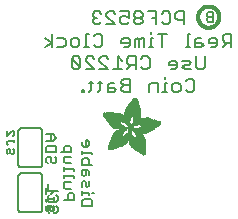
<source format=gbr>
G04 EAGLE Gerber RS-274X export*
G75*
%MOMM*%
%FSLAX34Y34*%
%LPD*%
%INSilkscreen Bottom*%
%IPPOS*%
%AMOC8*
5,1,8,0,0,1.08239X$1,22.5*%
G01*
%ADD10C,0.152400*%
%ADD11C,0.177800*%
%ADD12C,0.304800*%
%ADD13C,0.203200*%
%ADD14R,0.007600X0.068600*%
%ADD15R,0.007600X0.114300*%
%ADD16R,0.007700X0.152400*%
%ADD17R,0.007600X0.182900*%
%ADD18R,0.007600X0.205700*%
%ADD19R,0.007600X0.228600*%
%ADD20R,0.007600X0.259100*%
%ADD21R,0.007700X0.274300*%
%ADD22R,0.007600X0.289500*%
%ADD23R,0.007600X0.304800*%
%ADD24R,0.007600X0.320100*%
%ADD25R,0.007600X0.342900*%
%ADD26R,0.007700X0.350500*%
%ADD27R,0.007600X0.365800*%
%ADD28R,0.007600X0.381000*%
%ADD29R,0.007600X0.388600*%
%ADD30R,0.007600X0.403800*%
%ADD31R,0.007700X0.419100*%
%ADD32R,0.007600X0.426700*%
%ADD33R,0.007600X0.441900*%
%ADD34R,0.007600X0.449600*%
%ADD35R,0.007600X0.464800*%
%ADD36R,0.007700X0.480000*%
%ADD37R,0.007600X0.487600*%
%ADD38R,0.007600X0.495300*%
%ADD39R,0.007600X0.510500*%
%ADD40R,0.007600X0.518100*%
%ADD41R,0.007700X0.525700*%
%ADD42R,0.007600X0.541000*%
%ADD43R,0.007600X0.548600*%
%ADD44R,0.007600X0.563800*%
%ADD45R,0.007600X0.571500*%
%ADD46R,0.007700X0.579100*%
%ADD47R,0.007600X0.594300*%
%ADD48R,0.007600X0.601900*%
%ADD49R,0.007600X0.609600*%
%ADD50R,0.007600X0.624800*%
%ADD51R,0.007700X0.632400*%
%ADD52R,0.007600X0.640000*%
%ADD53R,0.007600X0.655300*%
%ADD54R,0.007600X0.662900*%
%ADD55R,0.007600X0.678100*%
%ADD56R,0.007700X0.685800*%
%ADD57R,0.007600X0.693400*%
%ADD58R,0.007600X0.708600*%
%ADD59R,0.007600X0.716200*%
%ADD60R,0.007600X0.723900*%
%ADD61R,0.007700X0.739100*%
%ADD62R,0.007600X0.746700*%
%ADD63R,0.007600X0.754300*%
%ADD64R,0.007600X0.769600*%
%ADD65R,0.007600X0.777200*%
%ADD66R,0.007700X0.792400*%
%ADD67R,0.007600X0.800100*%
%ADD68R,0.007600X0.807700*%
%ADD69R,0.007600X0.822900*%
%ADD70R,0.007600X0.830500*%
%ADD71R,0.007700X0.838200*%
%ADD72R,0.007600X0.091500*%
%ADD73R,0.007600X0.853400*%
%ADD74R,0.007600X0.144700*%
%ADD75R,0.007600X0.861000*%
%ADD76R,0.007600X0.190500*%
%ADD77R,0.007600X0.876300*%
%ADD78R,0.007600X0.221000*%
%ADD79R,0.007600X0.883900*%
%ADD80R,0.007700X0.259000*%
%ADD81R,0.007700X0.891500*%
%ADD82R,0.007600X0.289600*%
%ADD83R,0.007600X0.906700*%
%ADD84R,0.007600X0.914400*%
%ADD85R,0.007600X0.350500*%
%ADD86R,0.007600X0.922000*%
%ADD87R,0.007600X0.937200*%
%ADD88R,0.007700X0.411400*%
%ADD89R,0.007700X0.944800*%
%ADD90R,0.007600X0.434300*%
%ADD91R,0.007600X0.952500*%
%ADD92R,0.007600X0.464900*%
%ADD93R,0.007600X0.967700*%
%ADD94R,0.007600X0.975300*%
%ADD95R,0.007600X0.518200*%
%ADD96R,0.007600X0.990600*%
%ADD97R,0.007700X0.548600*%
%ADD98R,0.007700X0.998200*%
%ADD99R,0.007600X1.005800*%
%ADD100R,0.007600X0.594400*%
%ADD101R,0.007600X1.021000*%
%ADD102R,0.007600X0.617200*%
%ADD103R,0.007600X1.028700*%
%ADD104R,0.007600X0.647700*%
%ADD105R,0.007600X1.036300*%
%ADD106R,0.007700X0.670500*%
%ADD107R,0.007700X1.051500*%
%ADD108R,0.007600X1.059100*%
%ADD109R,0.007600X0.716300*%
%ADD110R,0.007600X1.066800*%
%ADD111R,0.007600X0.739100*%
%ADD112R,0.007600X1.074400*%
%ADD113R,0.007600X0.762000*%
%ADD114R,0.007600X1.089600*%
%ADD115R,0.007700X0.784800*%
%ADD116R,0.007700X1.097200*%
%ADD117R,0.007600X1.104900*%
%ADD118R,0.007600X0.830600*%
%ADD119R,0.007600X1.112500*%
%ADD120R,0.007600X0.845800*%
%ADD121R,0.007600X1.120100*%
%ADD122R,0.007600X0.868700*%
%ADD123R,0.007600X1.127700*%
%ADD124R,0.007700X1.135300*%
%ADD125R,0.007600X1.143000*%
%ADD126R,0.007600X0.944900*%
%ADD127R,0.007600X1.150600*%
%ADD128R,0.007600X0.960100*%
%ADD129R,0.007600X1.158200*%
%ADD130R,0.007600X0.983000*%
%ADD131R,0.007600X1.165800*%
%ADD132R,0.007700X1.005900*%
%ADD133R,0.007700X1.173400*%
%ADD134R,0.007600X1.021100*%
%ADD135R,0.007600X1.181100*%
%ADD136R,0.007600X1.044000*%
%ADD137R,0.007600X1.188700*%
%ADD138R,0.007600X1.196300*%
%ADD139R,0.007600X1.082000*%
%ADD140R,0.007600X1.203900*%
%ADD141R,0.007700X1.104900*%
%ADD142R,0.007700X1.211500*%
%ADD143R,0.007600X1.211500*%
%ADD144R,0.007600X1.219200*%
%ADD145R,0.007600X1.226800*%
%ADD146R,0.007600X1.234400*%
%ADD147R,0.007700X1.188700*%
%ADD148R,0.007700X1.242000*%
%ADD149R,0.007600X1.242000*%
%ADD150R,0.007600X1.211600*%
%ADD151R,0.007600X1.249600*%
%ADD152R,0.007600X1.257300*%
%ADD153R,0.007600X1.264900*%
%ADD154R,0.007700X1.242100*%
%ADD155R,0.007700X1.264900*%
%ADD156R,0.007600X1.272500*%
%ADD157R,0.007600X1.265000*%
%ADD158R,0.007600X1.280100*%
%ADD159R,0.007600X1.272600*%
%ADD160R,0.007600X1.287700*%
%ADD161R,0.007600X1.287800*%
%ADD162R,0.007700X1.295400*%
%ADD163R,0.007600X1.303000*%
%ADD164R,0.007600X1.318200*%
%ADD165R,0.007600X1.310600*%
%ADD166R,0.007600X1.325900*%
%ADD167R,0.007700X1.341100*%
%ADD168R,0.007700X1.318200*%
%ADD169R,0.007600X1.341100*%
%ADD170R,0.007600X1.325800*%
%ADD171R,0.007600X1.348700*%
%ADD172R,0.007600X1.364000*%
%ADD173R,0.007600X1.333500*%
%ADD174R,0.007700X1.371600*%
%ADD175R,0.007600X1.379200*%
%ADD176R,0.007600X1.379300*%
%ADD177R,0.007600X1.386900*%
%ADD178R,0.007600X1.394500*%
%ADD179R,0.007600X1.356300*%
%ADD180R,0.007700X1.394400*%
%ADD181R,0.007700X1.356300*%
%ADD182R,0.007600X1.402000*%
%ADD183R,0.007600X1.409700*%
%ADD184R,0.007600X1.363900*%
%ADD185R,0.007600X1.417300*%
%ADD186R,0.007600X1.371600*%
%ADD187R,0.007700X1.424900*%
%ADD188R,0.007600X1.424900*%
%ADD189R,0.007600X1.432600*%
%ADD190R,0.007600X1.440200*%
%ADD191R,0.007600X1.386800*%
%ADD192R,0.007700X1.447800*%
%ADD193R,0.007700X1.386800*%
%ADD194R,0.007600X1.447800*%
%ADD195R,0.007600X1.455500*%
%ADD196R,0.007600X1.394400*%
%ADD197R,0.007600X1.463100*%
%ADD198R,0.007700X1.455400*%
%ADD199R,0.007600X1.463000*%
%ADD200R,0.007600X1.470600*%
%ADD201R,0.007700X1.470600*%
%ADD202R,0.007700X1.409700*%
%ADD203R,0.007600X1.470700*%
%ADD204R,0.007600X1.402100*%
%ADD205R,0.007600X1.478300*%
%ADD206R,0.007700X1.478300*%
%ADD207R,0.007700X1.402100*%
%ADD208R,0.007600X1.485900*%
%ADD209R,0.007700X1.485900*%
%ADD210R,0.007700X1.493500*%
%ADD211R,0.007600X1.493500*%
%ADD212R,0.007700X1.394500*%
%ADD213R,0.007700X1.493600*%
%ADD214R,0.007700X1.386900*%
%ADD215R,0.007700X1.379200*%
%ADD216R,0.007700X2.857500*%
%ADD217R,0.007600X2.857500*%
%ADD218R,0.007600X2.849900*%
%ADD219R,0.007600X2.842300*%
%ADD220R,0.007700X2.834700*%
%ADD221R,0.007600X2.827000*%
%ADD222R,0.007600X2.819400*%
%ADD223R,0.007600X2.811800*%
%ADD224R,0.007700X2.811800*%
%ADD225R,0.007600X2.804100*%
%ADD226R,0.007600X2.796500*%
%ADD227R,0.007600X1.966000*%
%ADD228R,0.007600X1.943100*%
%ADD229R,0.007600X0.754400*%
%ADD230R,0.007700X1.927900*%
%ADD231R,0.007700X0.746700*%
%ADD232R,0.007600X1.912600*%
%ADD233R,0.007600X0.731500*%
%ADD234R,0.007600X1.905000*%
%ADD235R,0.007600X1.882200*%
%ADD236R,0.007600X1.874600*%
%ADD237R,0.007700X1.866900*%
%ADD238R,0.007700X0.708700*%
%ADD239R,0.007600X1.851600*%
%ADD240R,0.007600X0.701100*%
%ADD241R,0.007600X1.844000*%
%ADD242R,0.007600X1.836400*%
%ADD243R,0.007600X1.821200*%
%ADD244R,0.007600X0.685800*%
%ADD245R,0.007700X1.813500*%
%ADD246R,0.007600X1.805900*%
%ADD247R,0.007600X0.678200*%
%ADD248R,0.007600X1.790700*%
%ADD249R,0.007600X0.670600*%
%ADD250R,0.007600X1.775500*%
%ADD251R,0.007700X1.767900*%
%ADD252R,0.007700X0.663000*%
%ADD253R,0.007600X1.760200*%
%ADD254R,0.007600X1.752600*%
%ADD255R,0.007600X0.937300*%
%ADD256R,0.007600X0.792500*%
%ADD257R,0.007600X0.899100*%
%ADD258R,0.007700X0.883900*%
%ADD259R,0.007700X0.716300*%
%ADD260R,0.007700X0.647700*%
%ADD261R,0.007600X0.640100*%
%ADD262R,0.007600X0.632500*%
%ADD263R,0.007600X0.655400*%
%ADD264R,0.007600X0.632400*%
%ADD265R,0.007700X0.845800*%
%ADD266R,0.007700X0.617200*%
%ADD267R,0.007700X0.624800*%
%ADD268R,0.007600X0.602000*%
%ADD269R,0.007600X0.838200*%
%ADD270R,0.007600X0.586700*%
%ADD271R,0.007600X0.548700*%
%ADD272R,0.007700X0.830500*%
%ADD273R,0.007700X0.541000*%
%ADD274R,0.007700X0.594300*%
%ADD275R,0.007600X0.525800*%
%ADD276R,0.007600X0.586800*%
%ADD277R,0.007600X0.815300*%
%ADD278R,0.007600X0.579200*%
%ADD279R,0.007600X0.815400*%
%ADD280R,0.007700X0.815400*%
%ADD281R,0.007700X0.571500*%
%ADD282R,0.007600X0.807800*%
%ADD283R,0.007600X0.563900*%
%ADD284R,0.007600X0.457200*%
%ADD285R,0.007600X0.442000*%
%ADD286R,0.007600X0.556300*%
%ADD287R,0.007700X0.807700*%
%ADD288R,0.007600X0.411500*%
%ADD289R,0.007600X0.533400*%
%ADD290R,0.007600X0.076200*%
%ADD291R,0.007600X0.403900*%
%ADD292R,0.007600X0.525700*%
%ADD293R,0.007600X0.388700*%
%ADD294R,0.007600X0.297200*%
%ADD295R,0.007700X0.373400*%
%ADD296R,0.007700X0.503000*%
%ADD297R,0.007700X0.426800*%
%ADD298R,0.007600X0.358100*%
%ADD299R,0.007600X0.502900*%
%ADD300R,0.007600X0.472400*%
%ADD301R,0.007600X0.487700*%
%ADD302R,0.007600X0.335300*%
%ADD303R,0.007700X0.792500*%
%ADD304R,0.007700X0.327600*%
%ADD305R,0.007700X0.472400*%
%ADD306R,0.007700X0.640000*%
%ADD307R,0.007600X0.784800*%
%ADD308R,0.007600X0.320000*%
%ADD309R,0.007600X0.792400*%
%ADD310R,0.007600X1.173400*%
%ADD311R,0.007600X1.196400*%
%ADD312R,0.007600X0.784900*%
%ADD313R,0.007700X0.784900*%
%ADD314R,0.007700X0.297200*%
%ADD315R,0.007600X1.249700*%
%ADD316R,0.007600X0.281900*%
%ADD317R,0.007600X1.295400*%
%ADD318R,0.007600X0.266700*%
%ADD319R,0.007700X0.777300*%
%ADD320R,0.007700X0.266700*%
%ADD321R,0.007700X1.333500*%
%ADD322R,0.007600X0.777300*%
%ADD323R,0.007600X1.348800*%
%ADD324R,0.007600X0.251500*%
%ADD325R,0.007700X0.243900*%
%ADD326R,0.007600X0.243900*%
%ADD327R,0.007600X1.440100*%
%ADD328R,0.007600X0.236200*%
%ADD329R,0.007700X0.762000*%
%ADD330R,0.007700X0.236200*%
%ADD331R,0.007700X1.508700*%
%ADD332R,0.007600X1.531600*%
%ADD333R,0.007600X1.546900*%
%ADD334R,0.007600X1.569700*%
%ADD335R,0.007600X1.585000*%
%ADD336R,0.007700X0.746800*%
%ADD337R,0.007700X1.607800*%
%ADD338R,0.007600X0.243800*%
%ADD339R,0.007600X1.630700*%
%ADD340R,0.007600X1.653500*%
%ADD341R,0.007600X0.739200*%
%ADD342R,0.007600X1.684000*%
%ADD343R,0.007600X2.019300*%
%ADD344R,0.007700X0.731500*%
%ADD345R,0.007700X2.026900*%
%ADD346R,0.007600X2.049800*%
%ADD347R,0.007600X2.057400*%
%ADD348R,0.007600X0.708700*%
%ADD349R,0.007600X2.072600*%
%ADD350R,0.007600X0.701000*%
%ADD351R,0.007600X2.095500*%
%ADD352R,0.007700X0.693500*%
%ADD353R,0.007700X2.110800*%
%ADD354R,0.007600X2.141200*%
%ADD355R,0.007600X0.060900*%
%ADD356R,0.007600X2.872700*%
%ADD357R,0.007600X3.124200*%
%ADD358R,0.007600X3.177600*%
%ADD359R,0.007700X3.215600*%
%ADD360R,0.007600X3.253700*%
%ADD361R,0.007600X3.284300*%
%ADD362R,0.007600X3.314700*%
%ADD363R,0.007600X3.352800*%
%ADD364R,0.007700X3.375600*%
%ADD365R,0.007600X3.406200*%
%ADD366R,0.007600X3.429000*%
%ADD367R,0.007600X3.451800*%
%ADD368R,0.007600X3.482400*%
%ADD369R,0.007700X1.828800*%
%ADD370R,0.007700X1.539300*%
%ADD371R,0.007600X1.767900*%
%ADD372R,0.007600X1.767800*%
%ADD373R,0.007700X1.760200*%
%ADD374R,0.007600X1.760300*%
%ADD375R,0.007700X1.775400*%
%ADD376R,0.007700X1.379300*%
%ADD377R,0.007600X1.783000*%
%ADD378R,0.007600X1.813500*%
%ADD379R,0.007700X1.821100*%
%ADD380R,0.007600X0.503000*%
%ADD381R,0.007600X1.135400*%
%ADD382R,0.007700X1.127700*%
%ADD383R,0.007700X0.487700*%
%ADD384R,0.007600X1.120200*%
%ADD385R,0.007600X1.097300*%
%ADD386R,0.007600X0.510600*%
%ADD387R,0.007700X1.074400*%
%ADD388R,0.007700X0.525800*%
%ADD389R,0.007700X1.440200*%
%ADD390R,0.007600X1.059200*%
%ADD391R,0.007600X1.051600*%
%ADD392R,0.007600X1.051500*%
%ADD393R,0.007700X1.043900*%
%ADD394R,0.007700X0.602000*%
%ADD395R,0.007600X1.524000*%
%ADD396R,0.007600X1.539300*%
%ADD397R,0.007600X1.592600*%
%ADD398R,0.007700X1.021100*%
%ADD399R,0.007700X1.615400*%
%ADD400R,0.007600X1.013400*%
%ADD401R,0.007600X1.653600*%
%ADD402R,0.007600X1.013500*%
%ADD403R,0.007600X1.699300*%
%ADD404R,0.007600X2.743200*%
%ADD405R,0.007600X1.005900*%
%ADD406R,0.007600X2.415500*%
%ADD407R,0.007700X1.005800*%
%ADD408R,0.007700X0.281900*%
%ADD409R,0.007700X2.408000*%
%ADD410R,0.007600X2.407900*%
%ADD411R,0.007600X0.998200*%
%ADD412R,0.007600X0.282000*%
%ADD413R,0.007600X0.998300*%
%ADD414R,0.007600X2.400300*%
%ADD415R,0.007700X0.289500*%
%ADD416R,0.007700X2.400300*%
%ADD417R,0.007600X0.297100*%
%ADD418R,0.007600X0.312400*%
%ADD419R,0.007600X2.392700*%
%ADD420R,0.007700X0.990600*%
%ADD421R,0.007700X0.327700*%
%ADD422R,0.007700X2.392700*%
%ADD423R,0.007600X2.385100*%
%ADD424R,0.007700X0.381000*%
%ADD425R,0.007700X2.377400*%
%ADD426R,0.007600X2.377400*%
%ADD427R,0.007600X2.369800*%
%ADD428R,0.007600X0.419100*%
%ADD429R,0.007600X2.362200*%
%ADD430R,0.007600X0.426800*%
%ADD431R,0.007700X1.036300*%
%ADD432R,0.007700X0.442000*%
%ADD433R,0.007700X2.354600*%
%ADD434R,0.007600X2.354600*%
%ADD435R,0.007600X0.480100*%
%ADD436R,0.007600X2.347000*%
%ADD437R,0.007600X1.074500*%
%ADD438R,0.007600X2.339400*%
%ADD439R,0.007700X1.082100*%
%ADD440R,0.007700X0.548700*%
%ADD441R,0.007700X2.331800*%
%ADD442R,0.007600X2.331800*%
%ADD443R,0.007600X0.624900*%
%ADD444R,0.007600X2.324100*%
%ADD445R,0.007600X1.859300*%
%ADD446R,0.007600X2.308800*%
%ADD447R,0.007700X2.301200*%
%ADD448R,0.007600X2.301200*%
%ADD449R,0.007600X2.293600*%
%ADD450R,0.007600X2.278400*%
%ADD451R,0.007600X1.889800*%
%ADD452R,0.007600X2.270700*%
%ADD453R,0.007700X1.897400*%
%ADD454R,0.007700X2.255500*%
%ADD455R,0.007600X1.897400*%
%ADD456R,0.007600X2.247900*%
%ADD457R,0.007600X2.232600*%
%ADD458R,0.007600X1.912700*%
%ADD459R,0.007600X2.209800*%
%ADD460R,0.007600X1.920300*%
%ADD461R,0.007600X2.186900*%
%ADD462R,0.007700X1.920300*%
%ADD463R,0.007700X2.171700*%
%ADD464R,0.007600X1.935500*%
%ADD465R,0.007600X2.148800*%
%ADD466R,0.007600X2.126000*%
%ADD467R,0.007600X1.950700*%
%ADD468R,0.007700X1.958400*%
%ADD469R,0.007700X2.042200*%
%ADD470R,0.007600X1.973600*%
%ADD471R,0.007600X1.996500*%
%ADD472R,0.007600X1.981200*%
%ADD473R,0.007600X1.988800*%
%ADD474R,0.007700X1.996400*%
%ADD475R,0.007600X1.996400*%
%ADD476R,0.007600X2.004100*%
%ADD477R,0.007600X1.874500*%
%ADD478R,0.007600X1.425000*%
%ADD479R,0.007600X2.026900*%
%ADD480R,0.007700X0.434400*%
%ADD481R,0.007700X1.364000*%
%ADD482R,0.007600X2.034500*%
%ADD483R,0.007600X0.434400*%
%ADD484R,0.007600X2.049700*%
%ADD485R,0.007700X2.065000*%
%ADD486R,0.007700X0.464800*%
%ADD487R,0.007700X1.196300*%
%ADD488R,0.007600X2.080300*%
%ADD489R,0.007600X1.158300*%
%ADD490R,0.007600X2.087900*%
%ADD491R,0.007600X0.472500*%
%ADD492R,0.007600X2.103100*%
%ADD493R,0.007600X2.118400*%
%ADD494R,0.007600X2.133600*%
%ADD495R,0.007700X2.148800*%
%ADD496R,0.007600X2.164000*%
%ADD497R,0.007600X2.171700*%
%ADD498R,0.007600X2.187000*%
%ADD499R,0.007600X0.556200*%
%ADD500R,0.007700X2.202200*%
%ADD501R,0.007700X0.556200*%
%ADD502R,0.007700X0.640100*%
%ADD503R,0.007600X0.579100*%
%ADD504R,0.007600X0.480000*%
%ADD505R,0.007700X1.752600*%
%ADD506R,0.007700X0.487600*%
%ADD507R,0.007700X0.594400*%
%ADD508R,0.007700X0.358100*%
%ADD509R,0.007600X0.099000*%
%ADD510R,0.007600X1.280200*%
%ADD511R,0.007600X1.745000*%
%ADD512R,0.007600X1.744900*%
%ADD513R,0.007700X1.737300*%
%ADD514R,0.007600X1.737400*%
%ADD515R,0.007600X1.729800*%
%ADD516R,0.007600X1.722200*%
%ADD517R,0.007600X1.722100*%
%ADD518R,0.007700X1.714500*%
%ADD519R,0.007700X1.356400*%
%ADD520R,0.007600X1.706900*%
%ADD521R,0.007600X1.356400*%
%ADD522R,0.007600X1.691700*%
%ADD523R,0.007700X1.668800*%
%ADD524R,0.007600X1.645900*%
%ADD525R,0.007600X1.623100*%
%ADD526R,0.007600X1.577400*%
%ADD527R,0.007600X1.554400*%
%ADD528R,0.007600X1.539200*%
%ADD529R,0.007700X1.524000*%
%ADD530R,0.007600X1.501100*%
%ADD531R,0.007600X1.455400*%
%ADD532R,0.007700X1.348800*%
%ADD533R,0.007600X1.318300*%
%ADD534R,0.007700X1.310600*%
%ADD535R,0.007700X1.287800*%
%ADD536R,0.007600X1.234500*%
%ADD537R,0.007600X1.226900*%
%ADD538R,0.007700X1.173500*%
%ADD539R,0.007600X1.173500*%
%ADD540R,0.007600X1.165900*%
%ADD541R,0.007700X1.143000*%
%ADD542R,0.007600X1.127800*%
%ADD543R,0.007600X1.097200*%
%ADD544R,0.007700X1.028700*%
%ADD545R,0.007600X0.982900*%
%ADD546R,0.007700X0.952500*%
%ADD547R,0.007600X0.929600*%
%ADD548R,0.007700X0.906800*%
%ADD549R,0.007600X0.906800*%
%ADD550R,0.007600X0.899200*%
%ADD551R,0.007600X0.884000*%
%ADD552R,0.007700X0.876300*%
%ADD553R,0.007700X0.830600*%
%ADD554R,0.007700X0.754400*%
%ADD555R,0.007600X0.746800*%
%ADD556R,0.007700X0.708600*%
%ADD557R,0.007700X0.678200*%
%ADD558R,0.007600X0.663000*%
%ADD559R,0.007700X0.632500*%
%ADD560R,0.007700X0.556300*%
%ADD561R,0.007700X0.518200*%
%ADD562R,0.007700X0.434300*%
%ADD563R,0.007700X0.396300*%
%ADD564R,0.007600X0.373300*%
%ADD565R,0.007600X0.365700*%
%ADD566R,0.007600X0.327700*%
%ADD567R,0.007700X0.304800*%
%ADD568R,0.007600X0.274300*%
%ADD569R,0.007700X0.243800*%
%ADD570R,0.007600X0.205800*%
%ADD571R,0.007600X0.152400*%
%ADD572R,0.007700X0.121900*%


D10*
X47335Y57261D02*
X48775Y55821D01*
X48775Y52940D01*
X47335Y51499D01*
X45894Y51499D01*
X44454Y52940D01*
X44454Y55821D01*
X43013Y57261D01*
X41573Y57261D01*
X40132Y55821D01*
X40132Y52940D01*
X41573Y51499D01*
X48775Y65176D02*
X47335Y66617D01*
X48775Y65176D02*
X48775Y62295D01*
X47335Y60854D01*
X41573Y60854D01*
X40132Y62295D01*
X40132Y65176D01*
X41573Y66617D01*
X40132Y70210D02*
X48775Y70210D01*
X40132Y70210D02*
X40132Y75972D01*
X47505Y97731D02*
X46065Y99171D01*
X47505Y97731D02*
X47505Y94850D01*
X46065Y93409D01*
X44624Y93409D01*
X43184Y94850D01*
X43184Y97731D01*
X41743Y99171D01*
X40303Y99171D01*
X38862Y97731D01*
X38862Y94850D01*
X40303Y93409D01*
X38862Y102764D02*
X47505Y102764D01*
X38862Y102764D02*
X38862Y107086D01*
X40303Y108527D01*
X46065Y108527D01*
X47505Y107086D01*
X47505Y102764D01*
X44624Y112120D02*
X38862Y112120D01*
X44624Y112120D02*
X47505Y115001D01*
X44624Y117882D01*
X38862Y117882D01*
X43184Y117882D02*
X43184Y112120D01*
X69342Y57497D02*
X77985Y57497D01*
X69342Y57497D02*
X69342Y61819D01*
X70783Y63259D01*
X76545Y63259D01*
X77985Y61819D01*
X77985Y57497D01*
X75104Y66852D02*
X75104Y68293D01*
X69342Y68293D01*
X69342Y66852D02*
X69342Y69734D01*
X77985Y68293D02*
X79426Y68293D01*
X69342Y73089D02*
X69342Y77411D01*
X70783Y78851D01*
X72223Y77411D01*
X72223Y74530D01*
X73664Y73089D01*
X75104Y74530D01*
X75104Y78851D01*
X75104Y83885D02*
X75104Y86766D01*
X73664Y88207D01*
X69342Y88207D01*
X69342Y83885D01*
X70783Y82444D01*
X72223Y83885D01*
X72223Y88207D01*
X69342Y91800D02*
X77985Y91800D01*
X69342Y91800D02*
X69342Y96121D01*
X70783Y97562D01*
X73664Y97562D01*
X75104Y96121D01*
X75104Y91800D01*
X77985Y101155D02*
X77985Y102595D01*
X69342Y102595D01*
X69342Y101155D02*
X69342Y104036D01*
X69342Y108832D02*
X69342Y111713D01*
X69342Y108832D02*
X70783Y107392D01*
X73664Y107392D01*
X75104Y108832D01*
X75104Y111713D01*
X73664Y113154D01*
X72223Y113154D01*
X72223Y107392D01*
X62745Y62175D02*
X54102Y62175D01*
X62745Y62175D02*
X62745Y66497D01*
X61305Y67937D01*
X58424Y67937D01*
X56983Y66497D01*
X56983Y62175D01*
X55543Y71530D02*
X59864Y71530D01*
X55543Y71530D02*
X54102Y72971D01*
X54102Y77292D01*
X59864Y77292D01*
X62745Y80885D02*
X62745Y82326D01*
X54102Y82326D01*
X54102Y83766D02*
X54102Y80885D01*
X62745Y87122D02*
X62745Y88563D01*
X54102Y88563D01*
X54102Y90003D02*
X54102Y87122D01*
X55543Y93359D02*
X59864Y93359D01*
X55543Y93359D02*
X54102Y94799D01*
X54102Y99121D01*
X59864Y99121D01*
X59864Y102714D02*
X51221Y102714D01*
X59864Y102714D02*
X59864Y107036D01*
X58424Y108476D01*
X55543Y108476D01*
X54102Y107036D01*
X54102Y102714D01*
D11*
X155610Y211074D02*
X155610Y222005D01*
X150144Y222005D01*
X148322Y220183D01*
X148322Y216540D01*
X150144Y214718D01*
X155610Y214718D01*
X138450Y222005D02*
X136629Y220183D01*
X138450Y222005D02*
X142094Y222005D01*
X143916Y220183D01*
X143916Y212896D01*
X142094Y211074D01*
X138450Y211074D01*
X136629Y212896D01*
X132222Y211074D02*
X132222Y222005D01*
X124935Y222005D01*
X128578Y216540D02*
X132222Y216540D01*
X120528Y220183D02*
X118706Y222005D01*
X115062Y222005D01*
X113241Y220183D01*
X113241Y218362D01*
X115062Y216540D01*
X113241Y214718D01*
X113241Y212896D01*
X115062Y211074D01*
X118706Y211074D01*
X120528Y212896D01*
X120528Y214718D01*
X118706Y216540D01*
X120528Y218362D01*
X120528Y220183D01*
X118706Y216540D02*
X115062Y216540D01*
X108834Y222005D02*
X101547Y222005D01*
X108834Y222005D02*
X108834Y216540D01*
X105190Y218362D01*
X103368Y218362D01*
X101547Y216540D01*
X101547Y212896D01*
X103368Y211074D01*
X107012Y211074D01*
X108834Y212896D01*
X97140Y211074D02*
X89853Y211074D01*
X97140Y211074D02*
X89853Y218362D01*
X89853Y220183D01*
X91675Y222005D01*
X95318Y222005D01*
X97140Y220183D01*
X85446Y220183D02*
X83624Y222005D01*
X79981Y222005D01*
X78159Y220183D01*
X78159Y218362D01*
X79981Y216540D01*
X81802Y216540D01*
X79981Y216540D02*
X78159Y214718D01*
X78159Y212896D01*
X79981Y211074D01*
X83624Y211074D01*
X85446Y212896D01*
X195564Y202955D02*
X195564Y192024D01*
X195564Y202955D02*
X190099Y202955D01*
X188277Y201133D01*
X188277Y197490D01*
X190099Y195668D01*
X195564Y195668D01*
X191921Y195668D02*
X188277Y192024D01*
X182049Y192024D02*
X178405Y192024D01*
X182049Y192024D02*
X183871Y193846D01*
X183871Y197490D01*
X182049Y199312D01*
X178405Y199312D01*
X176583Y197490D01*
X176583Y195668D01*
X183871Y195668D01*
X170355Y199312D02*
X166711Y199312D01*
X164889Y197490D01*
X164889Y192024D01*
X170355Y192024D01*
X172177Y193846D01*
X170355Y195668D01*
X164889Y195668D01*
X160483Y202955D02*
X158661Y202955D01*
X158661Y192024D01*
X160483Y192024D02*
X156839Y192024D01*
X137349Y192024D02*
X137349Y202955D01*
X140993Y202955D02*
X133705Y202955D01*
X129299Y199312D02*
X127477Y199312D01*
X127477Y192024D01*
X129299Y192024D02*
X125655Y192024D01*
X127477Y202955D02*
X127477Y204777D01*
X121503Y199312D02*
X121503Y192024D01*
X121503Y199312D02*
X119681Y199312D01*
X117859Y197490D01*
X117859Y192024D01*
X117859Y197490D02*
X116037Y199312D01*
X114215Y197490D01*
X114215Y192024D01*
X107987Y192024D02*
X104343Y192024D01*
X107987Y192024D02*
X109809Y193846D01*
X109809Y197490D01*
X107987Y199312D01*
X104343Y199312D01*
X102521Y197490D01*
X102521Y195668D01*
X109809Y195668D01*
X80955Y202955D02*
X79133Y201133D01*
X80955Y202955D02*
X84599Y202955D01*
X86421Y201133D01*
X86421Y193846D01*
X84599Y192024D01*
X80955Y192024D01*
X79133Y193846D01*
X74727Y202955D02*
X72905Y202955D01*
X72905Y192024D01*
X74727Y192024D02*
X71083Y192024D01*
X65109Y192024D02*
X61465Y192024D01*
X59643Y193846D01*
X59643Y197490D01*
X61465Y199312D01*
X65109Y199312D01*
X66931Y197490D01*
X66931Y193846D01*
X65109Y192024D01*
X53415Y199312D02*
X47949Y199312D01*
X53415Y199312D02*
X55237Y197490D01*
X55237Y193846D01*
X53415Y192024D01*
X47949Y192024D01*
X43543Y192024D02*
X43543Y202955D01*
X43543Y195668D02*
X38077Y192024D01*
X43543Y195668D02*
X38077Y199312D01*
X173151Y183905D02*
X173151Y174796D01*
X171329Y172974D01*
X167685Y172974D01*
X165863Y174796D01*
X165863Y183905D01*
X161457Y172974D02*
X155991Y172974D01*
X154170Y174796D01*
X155991Y176618D01*
X159635Y176618D01*
X161457Y178440D01*
X159635Y180262D01*
X154170Y180262D01*
X147941Y172974D02*
X144297Y172974D01*
X147941Y172974D02*
X149763Y174796D01*
X149763Y178440D01*
X147941Y180262D01*
X144297Y180262D01*
X142476Y178440D01*
X142476Y176618D01*
X149763Y176618D01*
X120909Y183905D02*
X119088Y182083D01*
X120909Y183905D02*
X124553Y183905D01*
X126375Y182083D01*
X126375Y174796D01*
X124553Y172974D01*
X120909Y172974D01*
X119088Y174796D01*
X114681Y172974D02*
X114681Y183905D01*
X109216Y183905D01*
X107394Y182083D01*
X107394Y178440D01*
X109216Y176618D01*
X114681Y176618D01*
X111037Y176618D02*
X107394Y172974D01*
X102987Y180262D02*
X99343Y183905D01*
X99343Y172974D01*
X95700Y172974D02*
X102987Y172974D01*
X91293Y172974D02*
X84006Y172974D01*
X91293Y172974D02*
X84006Y180262D01*
X84006Y182083D01*
X85828Y183905D01*
X89471Y183905D01*
X91293Y182083D01*
X79599Y172974D02*
X72312Y172974D01*
X79599Y172974D02*
X72312Y180262D01*
X72312Y182083D01*
X74134Y183905D01*
X77777Y183905D01*
X79599Y182083D01*
X67905Y182083D02*
X67905Y174796D01*
X67905Y182083D02*
X66083Y183905D01*
X62440Y183905D01*
X60618Y182083D01*
X60618Y174796D01*
X62440Y172974D01*
X66083Y172974D01*
X67905Y174796D01*
X60618Y182083D01*
X157093Y163033D02*
X158915Y164855D01*
X162559Y164855D01*
X164381Y163033D01*
X164381Y155746D01*
X162559Y153924D01*
X158915Y153924D01*
X157093Y155746D01*
X150865Y153924D02*
X147221Y153924D01*
X145399Y155746D01*
X145399Y159390D01*
X147221Y161212D01*
X150865Y161212D01*
X152687Y159390D01*
X152687Y155746D01*
X150865Y153924D01*
X140993Y161212D02*
X139171Y161212D01*
X139171Y153924D01*
X140993Y153924D02*
X137349Y153924D01*
X139171Y164855D02*
X139171Y166677D01*
X133197Y161212D02*
X133197Y153924D01*
X133197Y161212D02*
X127731Y161212D01*
X125909Y159390D01*
X125909Y153924D01*
X109809Y153924D02*
X109809Y164855D01*
X104343Y164855D01*
X102521Y163033D01*
X102521Y161212D01*
X104343Y159390D01*
X102521Y157568D01*
X102521Y155746D01*
X104343Y153924D01*
X109809Y153924D01*
X109809Y159390D02*
X104343Y159390D01*
X96293Y161212D02*
X92649Y161212D01*
X90827Y159390D01*
X90827Y153924D01*
X96293Y153924D01*
X98115Y155746D01*
X96293Y157568D01*
X90827Y157568D01*
X84599Y155746D02*
X84599Y163033D01*
X84599Y155746D02*
X82777Y153924D01*
X82777Y161212D02*
X86421Y161212D01*
X76803Y163033D02*
X76803Y155746D01*
X74981Y153924D01*
X74981Y161212D02*
X78625Y161212D01*
X70829Y155746D02*
X70829Y153924D01*
X70829Y155746D02*
X69007Y155746D01*
X69007Y153924D01*
X70829Y153924D01*
D12*
X167550Y217170D02*
X167553Y217390D01*
X167561Y217611D01*
X167574Y217831D01*
X167593Y218050D01*
X167618Y218269D01*
X167647Y218488D01*
X167682Y218705D01*
X167723Y218922D01*
X167768Y219138D01*
X167819Y219352D01*
X167875Y219565D01*
X167937Y219777D01*
X168003Y219987D01*
X168075Y220195D01*
X168152Y220402D01*
X168234Y220606D01*
X168320Y220809D01*
X168412Y221009D01*
X168509Y221208D01*
X168610Y221403D01*
X168717Y221596D01*
X168828Y221787D01*
X168943Y221974D01*
X169063Y222159D01*
X169188Y222341D01*
X169317Y222519D01*
X169451Y222695D01*
X169588Y222867D01*
X169730Y223035D01*
X169876Y223201D01*
X170026Y223362D01*
X170180Y223520D01*
X170338Y223674D01*
X170499Y223824D01*
X170665Y223970D01*
X170833Y224112D01*
X171005Y224249D01*
X171181Y224383D01*
X171359Y224512D01*
X171541Y224637D01*
X171726Y224757D01*
X171913Y224872D01*
X172104Y224983D01*
X172297Y225090D01*
X172492Y225191D01*
X172691Y225288D01*
X172891Y225380D01*
X173094Y225466D01*
X173298Y225548D01*
X173505Y225625D01*
X173713Y225697D01*
X173923Y225763D01*
X174135Y225825D01*
X174348Y225881D01*
X174562Y225932D01*
X174778Y225977D01*
X174995Y226018D01*
X175212Y226053D01*
X175431Y226082D01*
X175650Y226107D01*
X175869Y226126D01*
X176089Y226139D01*
X176310Y226147D01*
X176530Y226150D01*
X176750Y226147D01*
X176971Y226139D01*
X177191Y226126D01*
X177410Y226107D01*
X177629Y226082D01*
X177848Y226053D01*
X178065Y226018D01*
X178282Y225977D01*
X178498Y225932D01*
X178712Y225881D01*
X178925Y225825D01*
X179137Y225763D01*
X179347Y225697D01*
X179555Y225625D01*
X179762Y225548D01*
X179966Y225466D01*
X180169Y225380D01*
X180369Y225288D01*
X180568Y225191D01*
X180763Y225090D01*
X180956Y224983D01*
X181147Y224872D01*
X181334Y224757D01*
X181519Y224637D01*
X181701Y224512D01*
X181879Y224383D01*
X182055Y224249D01*
X182227Y224112D01*
X182395Y223970D01*
X182561Y223824D01*
X182722Y223674D01*
X182880Y223520D01*
X183034Y223362D01*
X183184Y223201D01*
X183330Y223035D01*
X183472Y222867D01*
X183609Y222695D01*
X183743Y222519D01*
X183872Y222341D01*
X183997Y222159D01*
X184117Y221974D01*
X184232Y221787D01*
X184343Y221596D01*
X184450Y221403D01*
X184551Y221208D01*
X184648Y221009D01*
X184740Y220809D01*
X184826Y220606D01*
X184908Y220402D01*
X184985Y220195D01*
X185057Y219987D01*
X185123Y219777D01*
X185185Y219565D01*
X185241Y219352D01*
X185292Y219138D01*
X185337Y218922D01*
X185378Y218705D01*
X185413Y218488D01*
X185442Y218269D01*
X185467Y218050D01*
X185486Y217831D01*
X185499Y217611D01*
X185507Y217390D01*
X185510Y217170D01*
X185507Y216950D01*
X185499Y216729D01*
X185486Y216509D01*
X185467Y216290D01*
X185442Y216071D01*
X185413Y215852D01*
X185378Y215635D01*
X185337Y215418D01*
X185292Y215202D01*
X185241Y214988D01*
X185185Y214775D01*
X185123Y214563D01*
X185057Y214353D01*
X184985Y214145D01*
X184908Y213938D01*
X184826Y213734D01*
X184740Y213531D01*
X184648Y213331D01*
X184551Y213132D01*
X184450Y212937D01*
X184343Y212744D01*
X184232Y212553D01*
X184117Y212366D01*
X183997Y212181D01*
X183872Y211999D01*
X183743Y211821D01*
X183609Y211645D01*
X183472Y211473D01*
X183330Y211305D01*
X183184Y211139D01*
X183034Y210978D01*
X182880Y210820D01*
X182722Y210666D01*
X182561Y210516D01*
X182395Y210370D01*
X182227Y210228D01*
X182055Y210091D01*
X181879Y209957D01*
X181701Y209828D01*
X181519Y209703D01*
X181334Y209583D01*
X181147Y209468D01*
X180956Y209357D01*
X180763Y209250D01*
X180568Y209149D01*
X180369Y209052D01*
X180169Y208960D01*
X179966Y208874D01*
X179762Y208792D01*
X179555Y208715D01*
X179347Y208643D01*
X179137Y208577D01*
X178925Y208515D01*
X178712Y208459D01*
X178498Y208408D01*
X178282Y208363D01*
X178065Y208322D01*
X177848Y208287D01*
X177629Y208258D01*
X177410Y208233D01*
X177191Y208214D01*
X176971Y208201D01*
X176750Y208193D01*
X176530Y208190D01*
X176310Y208193D01*
X176089Y208201D01*
X175869Y208214D01*
X175650Y208233D01*
X175431Y208258D01*
X175212Y208287D01*
X174995Y208322D01*
X174778Y208363D01*
X174562Y208408D01*
X174348Y208459D01*
X174135Y208515D01*
X173923Y208577D01*
X173713Y208643D01*
X173505Y208715D01*
X173298Y208792D01*
X173094Y208874D01*
X172891Y208960D01*
X172691Y209052D01*
X172492Y209149D01*
X172297Y209250D01*
X172104Y209357D01*
X171913Y209468D01*
X171726Y209583D01*
X171541Y209703D01*
X171359Y209828D01*
X171181Y209957D01*
X171005Y210091D01*
X170833Y210228D01*
X170665Y210370D01*
X170499Y210516D01*
X170338Y210666D01*
X170180Y210820D01*
X170026Y210978D01*
X169876Y211139D01*
X169730Y211305D01*
X169588Y211473D01*
X169451Y211645D01*
X169317Y211821D01*
X169188Y211999D01*
X169063Y212181D01*
X168943Y212366D01*
X168828Y212553D01*
X168717Y212744D01*
X168610Y212937D01*
X168509Y213132D01*
X168412Y213331D01*
X168320Y213531D01*
X168234Y213734D01*
X168152Y213938D01*
X168075Y214145D01*
X168003Y214353D01*
X167937Y214563D01*
X167875Y214775D01*
X167819Y214988D01*
X167768Y215202D01*
X167723Y215418D01*
X167682Y215635D01*
X167647Y215852D01*
X167618Y216071D01*
X167593Y216290D01*
X167574Y216509D01*
X167561Y216729D01*
X167553Y216950D01*
X167550Y217170D01*
D13*
X180043Y213106D02*
X180043Y221241D01*
X175976Y221241D01*
X174620Y219885D01*
X174620Y218529D01*
X175976Y217173D01*
X174620Y215818D01*
X174620Y214462D01*
X175976Y213106D01*
X180043Y213106D01*
X180043Y217173D02*
X175976Y217173D01*
X15240Y82550D02*
X15240Y54610D01*
X35560Y82550D02*
X35558Y82650D01*
X35552Y82749D01*
X35542Y82849D01*
X35529Y82947D01*
X35511Y83046D01*
X35490Y83143D01*
X35465Y83239D01*
X35436Y83335D01*
X35403Y83429D01*
X35367Y83522D01*
X35327Y83613D01*
X35283Y83703D01*
X35236Y83791D01*
X35186Y83877D01*
X35132Y83961D01*
X35075Y84043D01*
X35015Y84122D01*
X34951Y84200D01*
X34885Y84274D01*
X34816Y84346D01*
X34744Y84415D01*
X34670Y84481D01*
X34592Y84545D01*
X34513Y84605D01*
X34431Y84662D01*
X34347Y84716D01*
X34261Y84766D01*
X34173Y84813D01*
X34083Y84857D01*
X33992Y84897D01*
X33899Y84933D01*
X33805Y84966D01*
X33709Y84995D01*
X33613Y85020D01*
X33516Y85041D01*
X33417Y85059D01*
X33319Y85072D01*
X33219Y85082D01*
X33120Y85088D01*
X33020Y85090D01*
X35560Y54610D02*
X35558Y54510D01*
X35552Y54411D01*
X35542Y54311D01*
X35529Y54213D01*
X35511Y54114D01*
X35490Y54017D01*
X35465Y53921D01*
X35436Y53825D01*
X35403Y53731D01*
X35367Y53638D01*
X35327Y53547D01*
X35283Y53457D01*
X35236Y53369D01*
X35186Y53283D01*
X35132Y53199D01*
X35075Y53117D01*
X35015Y53038D01*
X34951Y52960D01*
X34885Y52886D01*
X34816Y52814D01*
X34744Y52745D01*
X34670Y52679D01*
X34592Y52615D01*
X34513Y52555D01*
X34431Y52498D01*
X34347Y52444D01*
X34261Y52394D01*
X34173Y52347D01*
X34083Y52303D01*
X33992Y52263D01*
X33899Y52227D01*
X33805Y52194D01*
X33709Y52165D01*
X33613Y52140D01*
X33516Y52119D01*
X33417Y52101D01*
X33319Y52088D01*
X33219Y52078D01*
X33120Y52072D01*
X33020Y52070D01*
X17780Y52070D02*
X17680Y52072D01*
X17581Y52078D01*
X17481Y52088D01*
X17383Y52101D01*
X17284Y52119D01*
X17187Y52140D01*
X17091Y52165D01*
X16995Y52194D01*
X16901Y52227D01*
X16808Y52263D01*
X16717Y52303D01*
X16627Y52347D01*
X16539Y52394D01*
X16453Y52444D01*
X16369Y52498D01*
X16287Y52555D01*
X16208Y52615D01*
X16130Y52679D01*
X16056Y52745D01*
X15984Y52814D01*
X15915Y52886D01*
X15849Y52960D01*
X15785Y53038D01*
X15725Y53117D01*
X15668Y53199D01*
X15614Y53283D01*
X15564Y53369D01*
X15517Y53457D01*
X15473Y53547D01*
X15433Y53638D01*
X15397Y53731D01*
X15364Y53825D01*
X15335Y53921D01*
X15310Y54017D01*
X15289Y54114D01*
X15271Y54213D01*
X15258Y54311D01*
X15248Y54411D01*
X15242Y54510D01*
X15240Y54610D01*
X15240Y82550D02*
X15242Y82650D01*
X15248Y82749D01*
X15258Y82849D01*
X15271Y82947D01*
X15289Y83046D01*
X15310Y83143D01*
X15335Y83239D01*
X15364Y83335D01*
X15397Y83429D01*
X15433Y83522D01*
X15473Y83613D01*
X15517Y83703D01*
X15564Y83791D01*
X15614Y83877D01*
X15668Y83961D01*
X15725Y84043D01*
X15785Y84122D01*
X15849Y84200D01*
X15915Y84274D01*
X15984Y84346D01*
X16056Y84415D01*
X16130Y84481D01*
X16208Y84545D01*
X16287Y84605D01*
X16369Y84662D01*
X16453Y84716D01*
X16539Y84766D01*
X16627Y84813D01*
X16717Y84857D01*
X16808Y84897D01*
X16901Y84933D01*
X16995Y84966D01*
X17091Y84995D01*
X17187Y85020D01*
X17284Y85041D01*
X17383Y85059D01*
X17481Y85072D01*
X17581Y85082D01*
X17680Y85088D01*
X17780Y85090D01*
X33020Y85090D01*
X33020Y52070D02*
X17780Y52070D01*
X35560Y54610D02*
X35560Y82550D01*
D10*
X44370Y57238D02*
X45472Y56137D01*
X45472Y53934D01*
X44370Y52832D01*
X43268Y52832D01*
X42167Y53934D01*
X42167Y56137D01*
X41065Y57238D01*
X39964Y57238D01*
X38862Y56137D01*
X38862Y53934D01*
X39964Y52832D01*
X39964Y60316D02*
X38862Y61418D01*
X38862Y62519D01*
X39964Y63621D01*
X45472Y63621D01*
X45472Y62519D02*
X45472Y64723D01*
X43268Y67800D02*
X45472Y70004D01*
X38862Y70004D01*
X38862Y72207D02*
X38862Y67800D01*
D13*
X35560Y92710D02*
X35560Y120650D01*
X15240Y92710D02*
X15242Y92610D01*
X15248Y92511D01*
X15258Y92411D01*
X15271Y92313D01*
X15289Y92214D01*
X15310Y92117D01*
X15335Y92021D01*
X15364Y91925D01*
X15397Y91831D01*
X15433Y91738D01*
X15473Y91647D01*
X15517Y91557D01*
X15564Y91469D01*
X15614Y91383D01*
X15668Y91299D01*
X15725Y91217D01*
X15785Y91138D01*
X15849Y91060D01*
X15915Y90986D01*
X15984Y90914D01*
X16056Y90845D01*
X16130Y90779D01*
X16208Y90715D01*
X16287Y90655D01*
X16369Y90598D01*
X16453Y90544D01*
X16539Y90494D01*
X16627Y90447D01*
X16717Y90403D01*
X16808Y90363D01*
X16901Y90327D01*
X16995Y90294D01*
X17091Y90265D01*
X17187Y90240D01*
X17284Y90219D01*
X17383Y90201D01*
X17481Y90188D01*
X17581Y90178D01*
X17680Y90172D01*
X17780Y90170D01*
X15240Y120650D02*
X15242Y120750D01*
X15248Y120849D01*
X15258Y120949D01*
X15271Y121047D01*
X15289Y121146D01*
X15310Y121243D01*
X15335Y121339D01*
X15364Y121435D01*
X15397Y121529D01*
X15433Y121622D01*
X15473Y121713D01*
X15517Y121803D01*
X15564Y121891D01*
X15614Y121977D01*
X15668Y122061D01*
X15725Y122143D01*
X15785Y122222D01*
X15849Y122300D01*
X15915Y122374D01*
X15984Y122446D01*
X16056Y122515D01*
X16130Y122581D01*
X16208Y122645D01*
X16287Y122705D01*
X16369Y122762D01*
X16453Y122816D01*
X16539Y122866D01*
X16627Y122913D01*
X16717Y122957D01*
X16808Y122997D01*
X16901Y123033D01*
X16995Y123066D01*
X17091Y123095D01*
X17187Y123120D01*
X17284Y123141D01*
X17383Y123159D01*
X17481Y123172D01*
X17581Y123182D01*
X17680Y123188D01*
X17780Y123190D01*
X33020Y123190D02*
X33120Y123188D01*
X33219Y123182D01*
X33319Y123172D01*
X33417Y123159D01*
X33516Y123141D01*
X33613Y123120D01*
X33709Y123095D01*
X33805Y123066D01*
X33899Y123033D01*
X33992Y122997D01*
X34083Y122957D01*
X34173Y122913D01*
X34261Y122866D01*
X34347Y122816D01*
X34431Y122762D01*
X34513Y122705D01*
X34592Y122645D01*
X34670Y122581D01*
X34744Y122515D01*
X34816Y122446D01*
X34885Y122374D01*
X34951Y122300D01*
X35015Y122222D01*
X35075Y122143D01*
X35132Y122061D01*
X35186Y121977D01*
X35236Y121891D01*
X35283Y121803D01*
X35327Y121713D01*
X35367Y121622D01*
X35403Y121529D01*
X35436Y121435D01*
X35465Y121339D01*
X35490Y121243D01*
X35511Y121146D01*
X35529Y121047D01*
X35542Y120949D01*
X35552Y120849D01*
X35558Y120750D01*
X35560Y120650D01*
X35560Y92710D02*
X35558Y92610D01*
X35552Y92511D01*
X35542Y92411D01*
X35529Y92313D01*
X35511Y92214D01*
X35490Y92117D01*
X35465Y92021D01*
X35436Y91925D01*
X35403Y91831D01*
X35367Y91738D01*
X35327Y91647D01*
X35283Y91557D01*
X35236Y91469D01*
X35186Y91383D01*
X35132Y91299D01*
X35075Y91217D01*
X35015Y91138D01*
X34951Y91060D01*
X34885Y90986D01*
X34816Y90914D01*
X34744Y90845D01*
X34670Y90779D01*
X34592Y90715D01*
X34513Y90655D01*
X34431Y90598D01*
X34347Y90544D01*
X34261Y90494D01*
X34173Y90447D01*
X34083Y90403D01*
X33992Y90363D01*
X33899Y90327D01*
X33805Y90294D01*
X33709Y90265D01*
X33613Y90240D01*
X33516Y90219D01*
X33417Y90201D01*
X33319Y90188D01*
X33219Y90178D01*
X33120Y90172D01*
X33020Y90170D01*
X17780Y90170D01*
X17780Y123190D02*
X33020Y123190D01*
X15240Y120650D02*
X15240Y92710D01*
D10*
X11944Y104804D02*
X10842Y105906D01*
X11944Y104804D02*
X11944Y102601D01*
X10842Y101500D01*
X9740Y101500D01*
X8639Y102601D01*
X8639Y104804D01*
X7537Y105906D01*
X6436Y105906D01*
X5334Y104804D01*
X5334Y102601D01*
X6436Y101500D01*
X6436Y108984D02*
X5334Y110085D01*
X5334Y111187D01*
X6436Y112289D01*
X11944Y112289D01*
X11944Y113390D02*
X11944Y111187D01*
X5334Y116468D02*
X5334Y120874D01*
X5334Y116468D02*
X9740Y120874D01*
X10842Y120874D01*
X11944Y119773D01*
X11944Y117569D01*
X10842Y116468D01*
D14*
X87630Y134468D03*
D15*
X87706Y134468D03*
D16*
X87783Y134430D03*
D17*
X87859Y134430D03*
D18*
X87935Y134468D03*
D19*
X88011Y134430D03*
D20*
X88087Y134430D03*
D21*
X88164Y134430D03*
D22*
X88240Y134430D03*
D23*
X88316Y134353D03*
D24*
X88392Y134354D03*
D25*
X88468Y134316D03*
D26*
X88545Y134278D03*
D27*
X88621Y134277D03*
D28*
X88697Y134201D03*
D29*
X88773Y134163D03*
D30*
X88849Y134163D03*
D31*
X88926Y134087D03*
D32*
X89002Y134049D03*
D33*
X89078Y133973D03*
D34*
X89154Y133934D03*
D35*
X89230Y133934D03*
D36*
X89307Y133858D03*
D37*
X89383Y133820D03*
D38*
X89459Y133782D03*
D39*
X89535Y133706D03*
D40*
X89611Y133668D03*
D41*
X89688Y133630D03*
D42*
X89764Y133553D03*
D43*
X89840Y133515D03*
D44*
X89916Y133439D03*
D45*
X89992Y133401D03*
D46*
X90069Y133363D03*
D47*
X90145Y133287D03*
D48*
X90221Y133249D03*
D49*
X90297Y133210D03*
D50*
X90373Y133134D03*
D51*
X90450Y133096D03*
D52*
X90526Y133058D03*
D53*
X90602Y132982D03*
D54*
X90678Y132944D03*
D55*
X90754Y132868D03*
D56*
X90831Y132829D03*
D57*
X90907Y132791D03*
D58*
X90983Y132715D03*
D59*
X91059Y132677D03*
D60*
X91135Y132639D03*
D61*
X91212Y132563D03*
D62*
X91288Y132525D03*
D63*
X91364Y132487D03*
D64*
X91440Y132410D03*
D65*
X91516Y132372D03*
D66*
X91593Y132296D03*
D67*
X91669Y132258D03*
D68*
X91745Y132220D03*
D69*
X91821Y132144D03*
D70*
X91897Y132106D03*
D71*
X91974Y132067D03*
D72*
X92050Y106541D03*
D73*
X92050Y131991D03*
D74*
X92126Y106579D03*
D75*
X92126Y131953D03*
D76*
X92202Y106655D03*
D77*
X92202Y131877D03*
D78*
X92278Y106731D03*
D79*
X92278Y131839D03*
D80*
X92355Y106769D03*
D81*
X92355Y131801D03*
D82*
X92431Y106845D03*
D83*
X92431Y131725D03*
D24*
X92507Y106922D03*
D84*
X92507Y131686D03*
D85*
X92583Y106998D03*
D86*
X92583Y131648D03*
D28*
X92659Y107074D03*
D87*
X92659Y131572D03*
D88*
X92736Y107150D03*
D89*
X92736Y131534D03*
D90*
X92812Y107265D03*
D91*
X92812Y131496D03*
D92*
X92888Y107341D03*
D93*
X92888Y131420D03*
D38*
X92964Y107417D03*
D94*
X92964Y131382D03*
D95*
X93040Y107531D03*
D96*
X93040Y131305D03*
D97*
X93117Y107607D03*
D98*
X93117Y131267D03*
D45*
X93193Y107722D03*
D99*
X93193Y131229D03*
D100*
X93269Y107836D03*
D101*
X93269Y131153D03*
D102*
X93345Y107950D03*
D103*
X93345Y131115D03*
D104*
X93421Y108027D03*
D105*
X93421Y131077D03*
D106*
X93498Y108141D03*
D107*
X93498Y131001D03*
D57*
X93574Y108255D03*
D108*
X93574Y130963D03*
D109*
X93650Y108370D03*
D110*
X93650Y130924D03*
D111*
X93726Y108484D03*
D112*
X93726Y130886D03*
D113*
X93802Y108598D03*
D114*
X93802Y130810D03*
D115*
X93879Y108712D03*
D116*
X93879Y130772D03*
D68*
X93955Y108827D03*
D117*
X93955Y130734D03*
D118*
X94031Y108941D03*
D119*
X94031Y130696D03*
D120*
X94107Y109093D03*
D121*
X94107Y130658D03*
D122*
X94183Y109208D03*
D123*
X94183Y130620D03*
D81*
X94260Y109322D03*
D124*
X94260Y130582D03*
D86*
X94336Y109474D03*
D125*
X94336Y130543D03*
D126*
X94412Y109589D03*
D127*
X94412Y130505D03*
D128*
X94488Y109741D03*
D129*
X94488Y130467D03*
D130*
X94564Y109855D03*
D131*
X94564Y130429D03*
D132*
X94641Y109970D03*
D133*
X94641Y130391D03*
D134*
X94717Y110122D03*
D135*
X94717Y130353D03*
D136*
X94793Y110236D03*
D137*
X94793Y130315D03*
D110*
X94869Y110350D03*
D138*
X94869Y130277D03*
D139*
X94945Y110503D03*
D140*
X94945Y130239D03*
D141*
X95022Y110618D03*
D142*
X95022Y130201D03*
D121*
X95098Y110694D03*
D143*
X95098Y130201D03*
D125*
X95174Y110808D03*
D144*
X95174Y130162D03*
D127*
X95250Y110922D03*
D145*
X95250Y130124D03*
D131*
X95326Y110998D03*
D146*
X95326Y130086D03*
D147*
X95403Y111113D03*
D148*
X95403Y130048D03*
D138*
X95479Y111227D03*
D149*
X95479Y130048D03*
D150*
X95555Y111303D03*
D151*
X95555Y130010D03*
D145*
X95631Y111379D03*
D152*
X95631Y129972D03*
D145*
X95707Y111455D03*
D153*
X95707Y129934D03*
D154*
X95784Y111532D03*
D155*
X95784Y129934D03*
D152*
X95860Y111608D03*
D156*
X95860Y129896D03*
D157*
X95936Y111722D03*
D158*
X95936Y129858D03*
D159*
X96012Y111760D03*
D160*
X96012Y129820D03*
D161*
X96088Y111836D03*
D160*
X96088Y129820D03*
D162*
X96165Y111951D03*
X96165Y129781D03*
D163*
X96241Y111989D03*
X96241Y129743D03*
D164*
X96317Y112065D03*
D163*
X96317Y129743D03*
D164*
X96393Y112141D03*
D165*
X96393Y129705D03*
D166*
X96469Y112180D03*
D165*
X96469Y129705D03*
D167*
X96546Y112256D03*
D168*
X96546Y129667D03*
D169*
X96622Y112332D03*
D170*
X96622Y129629D03*
D171*
X96698Y112370D03*
D170*
X96698Y129629D03*
D172*
X96774Y112446D03*
D173*
X96774Y129591D03*
D172*
X96850Y112522D03*
D173*
X96850Y129591D03*
D174*
X96927Y112560D03*
D167*
X96927Y129553D03*
D175*
X97003Y112598D03*
D169*
X97003Y129553D03*
D176*
X97079Y112675D03*
D171*
X97079Y129515D03*
D177*
X97155Y112713D03*
D171*
X97155Y129515D03*
D178*
X97231Y112751D03*
D179*
X97231Y129477D03*
D180*
X97308Y112827D03*
D181*
X97308Y129477D03*
D182*
X97384Y112865D03*
D179*
X97384Y129477D03*
D183*
X97460Y112904D03*
D184*
X97460Y129439D03*
D183*
X97536Y112980D03*
D184*
X97536Y129439D03*
D185*
X97612Y113018D03*
D186*
X97612Y129400D03*
D187*
X97689Y113056D03*
D174*
X97689Y129400D03*
D188*
X97765Y113132D03*
D186*
X97765Y129400D03*
D189*
X97841Y113170D03*
D175*
X97841Y129362D03*
D190*
X97917Y113208D03*
D175*
X97917Y129362D03*
D190*
X97993Y113284D03*
D191*
X97993Y129324D03*
D192*
X98070Y113322D03*
D193*
X98070Y129324D03*
D194*
X98146Y113322D03*
D191*
X98146Y129324D03*
D194*
X98222Y113398D03*
D191*
X98222Y129324D03*
D195*
X98298Y113437D03*
D196*
X98298Y129286D03*
D197*
X98374Y113475D03*
D196*
X98374Y129286D03*
D198*
X98451Y113513D03*
D180*
X98451Y129286D03*
D199*
X98527Y113551D03*
D182*
X98527Y129248D03*
D200*
X98603Y113589D03*
D182*
X98603Y129248D03*
D199*
X98679Y113627D03*
D182*
X98679Y129248D03*
D200*
X98755Y113665D03*
D182*
X98755Y129248D03*
D201*
X98832Y113665D03*
D202*
X98832Y129210D03*
D203*
X98908Y113742D03*
D204*
X98908Y129172D03*
D205*
X98984Y113780D03*
D204*
X98984Y129172D03*
D205*
X99060Y113780D03*
D204*
X99060Y129172D03*
D205*
X99136Y113856D03*
D204*
X99136Y129172D03*
D206*
X99213Y113856D03*
D207*
X99213Y129172D03*
D208*
X99289Y113894D03*
D183*
X99289Y129134D03*
D205*
X99365Y113932D03*
D183*
X99365Y129134D03*
D208*
X99441Y113970D03*
D183*
X99441Y129134D03*
D208*
X99517Y113970D03*
D183*
X99517Y129134D03*
D209*
X99594Y114047D03*
D202*
X99594Y129134D03*
D208*
X99670Y114047D03*
D183*
X99670Y129134D03*
D208*
X99746Y114047D03*
D183*
X99746Y129134D03*
D208*
X99822Y114123D03*
D204*
X99822Y129096D03*
D208*
X99898Y114123D03*
D204*
X99898Y129096D03*
D210*
X99975Y114161D03*
D207*
X99975Y129096D03*
D208*
X100051Y114199D03*
D204*
X100051Y129096D03*
D208*
X100127Y114199D03*
D204*
X100127Y129096D03*
D211*
X100203Y114237D03*
D204*
X100203Y129096D03*
D208*
X100279Y114275D03*
D204*
X100279Y129096D03*
D209*
X100356Y114275D03*
D212*
X100356Y129058D03*
D211*
X100432Y114313D03*
D178*
X100432Y129058D03*
D208*
X100508Y114351D03*
D178*
X100508Y129058D03*
D208*
X100584Y114351D03*
D178*
X100584Y129058D03*
D208*
X100660Y114351D03*
D178*
X100660Y129058D03*
D213*
X100737Y114389D03*
D214*
X100737Y129020D03*
D208*
X100813Y114428D03*
D177*
X100813Y129020D03*
D208*
X100889Y114428D03*
D177*
X100889Y129020D03*
D211*
X100965Y114466D03*
D177*
X100965Y129020D03*
D208*
X101041Y114504D03*
D175*
X101041Y128981D03*
D209*
X101118Y114504D03*
D215*
X101118Y128981D03*
D211*
X101194Y114542D03*
D175*
X101194Y128981D03*
D208*
X101270Y114580D03*
D175*
X101270Y128981D03*
D208*
X101346Y114580D03*
D186*
X101346Y128943D03*
D208*
X101422Y114580D03*
D186*
X101422Y128943D03*
D216*
X101499Y121514D03*
D217*
X101575Y121514D03*
D218*
X101651Y121476D03*
D219*
X101727Y121514D03*
X101803Y121514D03*
D220*
X101880Y121476D03*
D221*
X101956Y121514D03*
X102032Y121514D03*
D222*
X102108Y121476D03*
D223*
X102184Y121514D03*
D224*
X102261Y121514D03*
D225*
X102337Y121476D03*
D226*
X102413Y121514D03*
D227*
X102489Y117361D03*
D64*
X102489Y131572D03*
D228*
X102565Y117247D03*
D229*
X102565Y131648D03*
D230*
X102642Y117247D03*
D231*
X102642Y131687D03*
D232*
X102718Y117170D03*
D233*
X102718Y131687D03*
D234*
X102794Y117132D03*
D233*
X102794Y131687D03*
D235*
X102870Y117094D03*
D109*
X102870Y131687D03*
D236*
X102946Y117056D03*
D109*
X102946Y131687D03*
D237*
X103023Y117018D03*
D238*
X103023Y131649D03*
D239*
X103099Y117018D03*
D240*
X103099Y131687D03*
D241*
X103175Y116980D03*
D57*
X103175Y131648D03*
D242*
X103251Y116942D03*
D57*
X103251Y131648D03*
D243*
X103327Y116942D03*
D244*
X103327Y131610D03*
D245*
X103404Y116904D03*
D56*
X103404Y131610D03*
D246*
X103480Y116866D03*
D247*
X103480Y131572D03*
D248*
X103556Y116866D03*
D247*
X103556Y131572D03*
D248*
X103632Y116866D03*
D249*
X103632Y131534D03*
D250*
X103708Y116866D03*
D249*
X103708Y131534D03*
D251*
X103785Y116828D03*
D252*
X103785Y131496D03*
D253*
X103861Y116789D03*
D53*
X103861Y131458D03*
D254*
X103937Y116827D03*
D53*
X103937Y131458D03*
D255*
X104013Y112751D03*
D256*
X104013Y121552D03*
D104*
X104013Y131420D03*
D257*
X104089Y112637D03*
D111*
X104089Y121743D03*
D104*
X104089Y131344D03*
D258*
X104166Y112561D03*
D259*
X104166Y121857D03*
D260*
X104166Y131344D03*
D122*
X104242Y112561D03*
D57*
X104242Y121895D03*
D261*
X104242Y131306D03*
D122*
X104318Y112561D03*
D249*
X104318Y121933D03*
D262*
X104318Y131268D03*
D73*
X104394Y112560D03*
D263*
X104394Y122009D03*
D50*
X104394Y131229D03*
D73*
X104470Y112560D03*
D264*
X104470Y122047D03*
D50*
X104470Y131229D03*
D265*
X104547Y112598D03*
D266*
X104547Y122123D03*
D267*
X104547Y131153D03*
D120*
X104623Y112598D03*
D268*
X104623Y122123D03*
D102*
X104623Y131115D03*
D269*
X104699Y112636D03*
D270*
X104699Y122200D03*
D49*
X104699Y131077D03*
D269*
X104775Y112636D03*
D45*
X104775Y122200D03*
D268*
X104775Y131039D03*
D70*
X104851Y112675D03*
D271*
X104851Y122238D03*
D48*
X104851Y130963D03*
D272*
X104928Y112675D03*
D273*
X104928Y122276D03*
D274*
X104928Y130925D03*
D69*
X105004Y112713D03*
D275*
X105004Y122276D03*
D270*
X105004Y130887D03*
D69*
X105080Y112713D03*
D95*
X105080Y122314D03*
D276*
X105080Y130810D03*
D277*
X105156Y112751D03*
D38*
X105156Y122352D03*
D278*
X105156Y130772D03*
D279*
X105232Y112827D03*
D37*
X105232Y122390D03*
D45*
X105232Y130734D03*
D280*
X105309Y112827D03*
D36*
X105309Y122428D03*
D281*
X105309Y130658D03*
D282*
X105385Y112865D03*
D35*
X105385Y122428D03*
D283*
X105385Y130620D03*
D279*
X105461Y112903D03*
D284*
X105461Y122466D03*
D283*
X105461Y130544D03*
D68*
X105537Y112942D03*
D285*
X105537Y122466D03*
D286*
X105537Y130506D03*
D67*
X105613Y112980D03*
D90*
X105613Y122505D03*
D42*
X105613Y130429D03*
D287*
X105690Y113018D03*
D31*
X105690Y122505D03*
D273*
X105690Y130353D03*
D67*
X105766Y113056D03*
D288*
X105766Y122543D03*
D289*
X105766Y130315D03*
D290*
X105766Y135268D03*
D67*
X105842Y113132D03*
D291*
X105842Y122581D03*
D292*
X105842Y130201D03*
D78*
X105842Y135306D03*
D67*
X105918Y113132D03*
D293*
X105918Y122581D03*
D40*
X105918Y130163D03*
D294*
X105918Y135306D03*
D67*
X105994Y113208D03*
D28*
X105994Y122619D03*
D95*
X105994Y130086D03*
D27*
X105994Y135344D03*
D66*
X106071Y113246D03*
D295*
X106071Y122657D03*
D296*
X106071Y130010D03*
D297*
X106071Y135344D03*
D256*
X106147Y113323D03*
D298*
X106147Y122657D03*
D299*
X106147Y129934D03*
D300*
X106147Y135344D03*
D67*
X106223Y113361D03*
D298*
X106223Y122657D03*
D301*
X106223Y129858D03*
D95*
X106223Y135344D03*
D256*
X106299Y113399D03*
D85*
X106299Y122695D03*
D301*
X106299Y129782D03*
D44*
X106299Y135344D03*
D256*
X106375Y113475D03*
D302*
X106375Y122695D03*
D300*
X106375Y129705D03*
D268*
X106375Y135382D03*
D303*
X106452Y113551D03*
D304*
X106452Y122733D03*
D305*
X106452Y129629D03*
D306*
X106452Y135344D03*
D307*
X106528Y113589D03*
D308*
X106528Y122771D03*
D284*
X106528Y129553D03*
D244*
X106528Y135344D03*
D309*
X106604Y113627D03*
D308*
X106604Y122771D03*
D310*
X106604Y133058D03*
D256*
X106680Y113704D03*
D23*
X106680Y122771D03*
D311*
X106680Y133096D03*
D312*
X106756Y113742D03*
D294*
X106756Y122809D03*
D150*
X106756Y133172D03*
D313*
X106833Y113818D03*
D314*
X106833Y122809D03*
D154*
X106833Y133249D03*
D312*
X106909Y113894D03*
D82*
X106909Y122847D03*
D315*
X106909Y133287D03*
D307*
X106985Y113970D03*
D316*
X106985Y122886D03*
D156*
X106985Y133325D03*
D307*
X107061Y114046D03*
D316*
X107061Y122886D03*
D317*
X107061Y133363D03*
D65*
X107137Y114084D03*
D318*
X107137Y122886D03*
D165*
X107137Y133439D03*
D319*
X107214Y114161D03*
D320*
X107214Y122886D03*
D321*
X107214Y133478D03*
D322*
X107290Y114237D03*
D20*
X107290Y122924D03*
D323*
X107290Y133477D03*
D65*
X107366Y114313D03*
D20*
X107366Y122924D03*
D186*
X107366Y133515D03*
D65*
X107442Y114389D03*
D324*
X107442Y122962D03*
D177*
X107442Y133592D03*
D65*
X107518Y114465D03*
D324*
X107518Y122962D03*
D204*
X107518Y133592D03*
D319*
X107595Y114542D03*
D325*
X107595Y123000D03*
D187*
X107595Y133630D03*
D64*
X107671Y114656D03*
D326*
X107671Y123000D03*
D327*
X107671Y133630D03*
D64*
X107747Y114732D03*
D328*
X107747Y123038D03*
D195*
X107747Y133630D03*
D64*
X107823Y114808D03*
D328*
X107823Y123038D03*
D205*
X107823Y133668D03*
D64*
X107899Y114884D03*
D19*
X107899Y123076D03*
D211*
X107899Y133668D03*
D329*
X107976Y114999D03*
D330*
X107976Y123114D03*
D331*
X107976Y133668D03*
D113*
X108052Y115075D03*
D328*
X108052Y123114D03*
D332*
X108052Y133706D03*
D113*
X108128Y115227D03*
D328*
X108128Y123114D03*
D333*
X108128Y133706D03*
D113*
X108204Y115303D03*
D19*
X108204Y123152D03*
D334*
X108204Y133744D03*
D229*
X108280Y115418D03*
D328*
X108280Y123190D03*
D335*
X108280Y133744D03*
D336*
X108357Y115532D03*
D330*
X108357Y123190D03*
D337*
X108357Y133706D03*
D62*
X108433Y115685D03*
D338*
X108433Y123228D03*
D339*
X108433Y133744D03*
D62*
X108509Y115761D03*
D324*
X108509Y123267D03*
D340*
X108509Y133706D03*
D341*
X108585Y115951D03*
D318*
X108585Y123343D03*
D342*
X108585Y133706D03*
D233*
X108661Y116066D03*
D343*
X108661Y132106D03*
D344*
X108738Y116218D03*
D345*
X108738Y132144D03*
D60*
X108814Y116409D03*
D346*
X108814Y132182D03*
D109*
X108890Y116599D03*
D347*
X108890Y132220D03*
D348*
X108966Y116790D03*
D349*
X108966Y132220D03*
D350*
X109042Y116980D03*
D351*
X109042Y132258D03*
D352*
X109119Y117247D03*
D353*
X109119Y132258D03*
D57*
X109195Y117475D03*
D354*
X109195Y132258D03*
D355*
X109271Y113018D03*
D356*
X109271Y128677D03*
D357*
X109347Y127495D03*
D358*
X109423Y127381D03*
D359*
X109500Y127267D03*
D360*
X109576Y127229D03*
D361*
X109652Y127153D03*
D362*
X109728Y127077D03*
D363*
X109804Y127038D03*
D364*
X109881Y127000D03*
D365*
X109957Y127000D03*
D366*
X110033Y126962D03*
D367*
X110109Y126924D03*
D368*
X110185Y126924D03*
D369*
X110262Y118504D03*
D370*
X110262Y136716D03*
D248*
X110338Y118161D03*
D208*
X110338Y137059D03*
D371*
X110414Y117971D03*
D199*
X110414Y137325D03*
D372*
X110490Y117818D03*
D190*
X110490Y137516D03*
D371*
X110566Y117666D03*
D188*
X110566Y137745D03*
D373*
X110643Y117551D03*
D202*
X110643Y137897D03*
D253*
X110719Y117399D03*
D196*
X110719Y138049D03*
D253*
X110795Y117323D03*
D178*
X110795Y138202D03*
D374*
X110871Y117247D03*
D191*
X110871Y138316D03*
D250*
X110947Y117171D03*
D175*
X110947Y138506D03*
D375*
X111024Y117094D03*
D376*
X111024Y138583D03*
D377*
X111100Y117056D03*
D186*
X111100Y138697D03*
D248*
X111176Y117018D03*
D186*
X111176Y138849D03*
D246*
X111252Y116942D03*
D186*
X111252Y138925D03*
D378*
X111328Y116904D03*
D172*
X111328Y139040D03*
D379*
X111405Y116866D03*
D174*
X111405Y139154D03*
D144*
X111481Y113779D03*
D292*
X111481Y123343D03*
D186*
X111481Y139230D03*
D135*
X111557Y113513D03*
D380*
X111557Y123533D03*
D176*
X111557Y139345D03*
D129*
X111633Y113322D03*
D301*
X111633Y123610D03*
D175*
X111633Y139421D03*
D381*
X111709Y113132D03*
D301*
X111709Y123686D03*
D191*
X111709Y139459D03*
D382*
X111786Y113018D03*
D383*
X111786Y123762D03*
D180*
X111786Y139573D03*
D384*
X111862Y112827D03*
D38*
X111862Y123800D03*
D178*
X111862Y139650D03*
D119*
X111938Y112713D03*
D38*
X111938Y123876D03*
D183*
X111938Y139726D03*
D385*
X112014Y112561D03*
D380*
X112014Y123914D03*
D185*
X112014Y139764D03*
D139*
X112090Y112484D03*
D386*
X112090Y123952D03*
D188*
X112090Y139802D03*
D387*
X112167Y112370D03*
D388*
X112167Y124028D03*
D389*
X112167Y139878D03*
D110*
X112243Y112255D03*
D289*
X112243Y124066D03*
D194*
X112243Y139916D03*
D390*
X112319Y112141D03*
D271*
X112319Y124143D03*
D199*
X112319Y139992D03*
D391*
X112395Y112027D03*
D283*
X112395Y124219D03*
D203*
X112395Y140031D03*
D392*
X112471Y111951D03*
D278*
X112471Y124295D03*
D208*
X112471Y140031D03*
D393*
X112548Y111837D03*
D394*
X112548Y124333D03*
D331*
X112548Y140069D03*
D136*
X112624Y111760D03*
D102*
X112624Y124409D03*
D395*
X112624Y140068D03*
D105*
X112700Y111646D03*
D104*
X112700Y124486D03*
D396*
X112700Y140069D03*
D105*
X112776Y111570D03*
D249*
X112776Y124600D03*
D334*
X112776Y140069D03*
D134*
X112852Y111494D03*
D350*
X112852Y124676D03*
D397*
X112852Y140030D03*
D398*
X112929Y111418D03*
D61*
X112929Y124791D03*
D399*
X112929Y139992D03*
D400*
X113005Y111303D03*
D65*
X113005Y124981D03*
D401*
X113005Y139954D03*
D402*
X113081Y111227D03*
D118*
X113081Y125171D03*
D403*
X113081Y139802D03*
D402*
X113157Y111151D03*
D404*
X113157Y134658D03*
D405*
X113233Y111113D03*
D82*
X113233Y122314D03*
D406*
X113233Y136373D03*
D407*
X113310Y111036D03*
D408*
X113310Y122200D03*
D409*
X113310Y136487D03*
D99*
X113386Y110960D03*
D316*
X113386Y122124D03*
D410*
X113386Y136564D03*
D411*
X113462Y110922D03*
D412*
X113462Y122047D03*
D410*
X113462Y136640D03*
D411*
X113538Y110846D03*
D82*
X113538Y122009D03*
D410*
X113538Y136716D03*
D413*
X113614Y110770D03*
D82*
X113614Y121933D03*
D414*
X113614Y136754D03*
D98*
X113691Y110693D03*
D415*
X113691Y121857D03*
D416*
X113691Y136830D03*
D96*
X113767Y110655D03*
D417*
X113767Y121819D03*
D414*
X113767Y136907D03*
D96*
X113843Y110579D03*
D23*
X113843Y121704D03*
D414*
X113843Y136907D03*
D411*
X113919Y110541D03*
D418*
X113919Y121666D03*
D419*
X113919Y136945D03*
D411*
X113995Y110465D03*
D308*
X113995Y121628D03*
D419*
X113995Y137021D03*
D420*
X114072Y110427D03*
D421*
X114072Y121514D03*
D422*
X114072Y137021D03*
D413*
X114148Y110389D03*
D302*
X114148Y121476D03*
D423*
X114148Y137059D03*
D411*
X114224Y110312D03*
D85*
X114224Y121400D03*
D423*
X114224Y137059D03*
D99*
X114300Y110274D03*
D298*
X114300Y121362D03*
D423*
X114300Y137135D03*
D411*
X114376Y110236D03*
D27*
X114376Y121247D03*
D423*
X114376Y137135D03*
D407*
X114453Y110198D03*
D424*
X114453Y121171D03*
D425*
X114453Y137173D03*
D400*
X114529Y110160D03*
D29*
X114529Y121133D03*
D426*
X114529Y137173D03*
D400*
X114605Y110160D03*
D291*
X114605Y121057D03*
D427*
X114605Y137211D03*
D134*
X114681Y110122D03*
D428*
X114681Y120981D03*
D429*
X114681Y137173D03*
D103*
X114757Y110084D03*
D430*
X114757Y120866D03*
D429*
X114757Y137173D03*
D431*
X114834Y110046D03*
D432*
X114834Y120790D03*
D433*
X114834Y137211D03*
D105*
X114910Y110046D03*
D92*
X114910Y120676D03*
D434*
X114910Y137211D03*
D392*
X114986Y110046D03*
D435*
X114986Y120600D03*
D436*
X114986Y137249D03*
D108*
X115062Y110008D03*
D380*
X115062Y120485D03*
D436*
X115062Y137249D03*
D437*
X115138Y110008D03*
D275*
X115138Y120371D03*
D438*
X115138Y137211D03*
D439*
X115215Y110046D03*
D440*
X115215Y120257D03*
D441*
X115215Y137249D03*
D117*
X115291Y110084D03*
D278*
X115291Y120104D03*
D442*
X115291Y137249D03*
D125*
X115367Y110198D03*
D443*
X115367Y119876D03*
D444*
X115367Y137211D03*
D445*
X115443Y113704D03*
D444*
X115443Y137211D03*
D445*
X115519Y113704D03*
D446*
X115519Y137211D03*
D237*
X115596Y113666D03*
D447*
X115596Y137173D03*
D236*
X115672Y113627D03*
D448*
X115672Y137173D03*
D236*
X115748Y113627D03*
D449*
X115748Y137135D03*
D235*
X115824Y113589D03*
D450*
X115824Y137135D03*
D451*
X115900Y113551D03*
D452*
X115900Y137097D03*
D453*
X115977Y113513D03*
D454*
X115977Y137021D03*
D455*
X116053Y113513D03*
D456*
X116053Y136983D03*
D234*
X116129Y113475D03*
D457*
X116129Y136906D03*
D458*
X116205Y113437D03*
D459*
X116205Y136868D03*
D460*
X116281Y113399D03*
D461*
X116281Y136754D03*
D462*
X116358Y113399D03*
D463*
X116358Y136678D03*
D464*
X116434Y113399D03*
D465*
X116434Y136563D03*
D228*
X116510Y113361D03*
D466*
X116510Y136449D03*
D467*
X116586Y113323D03*
D351*
X116586Y136297D03*
D467*
X116662Y113323D03*
D349*
X116662Y136182D03*
D468*
X116739Y113284D03*
D469*
X116739Y136106D03*
D227*
X116815Y113246D03*
D343*
X116815Y135992D03*
D470*
X116891Y113208D03*
D471*
X116891Y135878D03*
D472*
X116967Y113246D03*
D470*
X116967Y135763D03*
D473*
X117043Y113208D03*
D467*
X117043Y135649D03*
D474*
X117120Y113170D03*
D230*
X117120Y135535D03*
D475*
X117196Y113170D03*
D455*
X117196Y135382D03*
D476*
X117272Y113132D03*
D477*
X117272Y135268D03*
D343*
X117348Y113132D03*
D428*
X117348Y127991D03*
D478*
X117348Y137287D03*
D479*
X117424Y113094D03*
D32*
X117424Y128029D03*
D196*
X117424Y137211D03*
D345*
X117501Y113094D03*
D480*
X117501Y128067D03*
D481*
X117501Y137135D03*
D482*
X117577Y113056D03*
D483*
X117577Y128067D03*
D173*
X117577Y137059D03*
D484*
X117653Y113056D03*
D285*
X117653Y128105D03*
D317*
X117653Y137020D03*
D347*
X117729Y113017D03*
D34*
X117729Y128143D03*
D152*
X117729Y136907D03*
D347*
X117805Y113017D03*
D284*
X117805Y128181D03*
D145*
X117805Y136830D03*
D485*
X117882Y112979D03*
D486*
X117882Y128219D03*
D487*
X117882Y136754D03*
D488*
X117958Y112980D03*
D35*
X117958Y128219D03*
D489*
X117958Y136716D03*
D490*
X118034Y112942D03*
D491*
X118034Y128258D03*
D123*
X118034Y136640D03*
D490*
X118110Y112942D03*
D435*
X118110Y128296D03*
D385*
X118110Y136564D03*
D492*
X118186Y112942D03*
D301*
X118186Y128334D03*
D390*
X118186Y136525D03*
D353*
X118263Y112903D03*
D383*
X118263Y128334D03*
D398*
X118263Y136411D03*
D493*
X118339Y112941D03*
D38*
X118339Y128372D03*
D130*
X118339Y136373D03*
D466*
X118415Y112903D03*
D39*
X118415Y128372D03*
D91*
X118415Y136297D03*
D494*
X118491Y112865D03*
D95*
X118491Y128410D03*
D84*
X118491Y136258D03*
D465*
X118567Y112865D03*
D95*
X118567Y128410D03*
D79*
X118567Y136183D03*
D495*
X118644Y112865D03*
D388*
X118644Y128448D03*
D265*
X118644Y136144D03*
D496*
X118720Y112865D03*
D289*
X118720Y128486D03*
D282*
X118720Y136106D03*
D497*
X118796Y112827D03*
D289*
X118796Y128486D03*
D64*
X118796Y136068D03*
D498*
X118872Y112827D03*
D43*
X118872Y128486D03*
D60*
X118872Y135992D03*
D498*
X118948Y112827D03*
D499*
X118948Y128524D03*
D244*
X118948Y135954D03*
D500*
X119025Y112827D03*
D501*
X119025Y128524D03*
D502*
X119025Y135954D03*
D254*
X119101Y110503D03*
D34*
X119101Y121590D03*
D45*
X119101Y128525D03*
D48*
X119101Y135916D03*
D254*
X119177Y110427D03*
D35*
X119177Y121590D03*
D45*
X119177Y128525D03*
D286*
X119177Y135916D03*
D254*
X119253Y110427D03*
D300*
X119253Y121628D03*
D503*
X119253Y128563D03*
D38*
X119253Y135916D03*
D254*
X119329Y110350D03*
D504*
X119329Y121590D03*
D276*
X119329Y128524D03*
D90*
X119329Y135840D03*
D505*
X119406Y110274D03*
D506*
X119406Y121628D03*
D507*
X119406Y128562D03*
D508*
X119406Y135840D03*
D254*
X119482Y110274D03*
D38*
X119482Y121667D03*
D268*
X119482Y128524D03*
D20*
X119482Y135802D03*
D254*
X119558Y110198D03*
D386*
X119558Y121666D03*
D49*
X119558Y128562D03*
D509*
X119558Y135763D03*
D254*
X119634Y110122D03*
D95*
X119634Y121704D03*
D102*
X119634Y128524D03*
D253*
X119710Y110084D03*
D275*
X119710Y121742D03*
D264*
X119710Y128524D03*
D505*
X119787Y110046D03*
D273*
X119787Y121742D03*
D306*
X119787Y128486D03*
D254*
X119863Y109969D03*
D286*
X119863Y121819D03*
D263*
X119863Y128486D03*
D253*
X119939Y109931D03*
D510*
X119939Y125362D03*
D253*
X120015Y109855D03*
D510*
X120015Y125362D03*
D254*
X120091Y109817D03*
D161*
X120091Y125400D03*
D505*
X120168Y109741D03*
D162*
X120168Y125362D03*
D253*
X120244Y109703D03*
D163*
X120244Y125400D03*
D254*
X120320Y109665D03*
D163*
X120320Y125400D03*
D254*
X120396Y109588D03*
D165*
X120396Y125362D03*
D254*
X120472Y109512D03*
D164*
X120472Y125400D03*
D505*
X120549Y109512D03*
D168*
X120549Y125400D03*
D254*
X120625Y109436D03*
D164*
X120625Y125400D03*
D254*
X120701Y109360D03*
D166*
X120701Y125362D03*
D511*
X120777Y109322D03*
D173*
X120777Y125400D03*
D512*
X120853Y109246D03*
D173*
X120853Y125400D03*
D513*
X120930Y109208D03*
D167*
X120930Y125362D03*
D514*
X121006Y109131D03*
D169*
X121006Y125362D03*
D515*
X121082Y109093D03*
D323*
X121082Y125400D03*
D516*
X121158Y109055D03*
D323*
X121158Y125400D03*
D517*
X121234Y108979D03*
D323*
X121234Y125400D03*
D518*
X121311Y108941D03*
D519*
X121311Y125362D03*
D520*
X121387Y108903D03*
D521*
X121387Y125362D03*
D522*
X121463Y108827D03*
D172*
X121463Y125400D03*
D342*
X121539Y108788D03*
D172*
X121539Y125400D03*
D342*
X121615Y108712D03*
D172*
X121615Y125400D03*
D523*
X121692Y108712D03*
D481*
X121692Y125400D03*
D401*
X121768Y108636D03*
D172*
X121768Y125400D03*
D524*
X121844Y108598D03*
D186*
X121844Y125362D03*
D339*
X121920Y108522D03*
D175*
X121920Y125400D03*
D525*
X121996Y108484D03*
D175*
X121996Y125400D03*
D337*
X122073Y108407D03*
D215*
X122073Y125400D03*
D335*
X122149Y108369D03*
D175*
X122149Y125400D03*
D526*
X122225Y108331D03*
D175*
X122225Y125400D03*
D527*
X122301Y108293D03*
D175*
X122301Y125400D03*
D528*
X122377Y108217D03*
D175*
X122377Y125400D03*
D529*
X122454Y108141D03*
D215*
X122454Y125400D03*
D530*
X122530Y108103D03*
D175*
X122530Y125400D03*
D203*
X122606Y108027D03*
D175*
X122606Y125400D03*
D531*
X122682Y107950D03*
D175*
X122682Y125400D03*
D478*
X122758Y107874D03*
D175*
X122758Y125400D03*
D212*
X122835Y107798D03*
D215*
X122835Y125400D03*
D186*
X122911Y107683D03*
D175*
X122911Y125400D03*
D169*
X122987Y107608D03*
D175*
X122987Y125400D03*
D317*
X123063Y107531D03*
D175*
X123063Y125400D03*
D152*
X123139Y107417D03*
D175*
X123139Y125400D03*
D142*
X123216Y107341D03*
D215*
X123216Y125400D03*
D127*
X123292Y107188D03*
D186*
X123292Y125438D03*
D112*
X123368Y107036D03*
D186*
X123368Y125438D03*
D268*
X123444Y105283D03*
D186*
X123444Y125438D03*
X123520Y125438D03*
D174*
X123597Y125438D03*
D186*
X123673Y125438D03*
X123749Y125438D03*
D172*
X123825Y125476D03*
X123901Y125476D03*
D481*
X123978Y125476D03*
D172*
X124054Y125476D03*
D521*
X124130Y125438D03*
D323*
X124206Y125476D03*
X124282Y125476D03*
D532*
X124359Y125476D03*
D323*
X124435Y125476D03*
D169*
X124511Y125515D03*
X124587Y125515D03*
X124663Y125515D03*
D321*
X124740Y125477D03*
D166*
X124816Y125515D03*
X124892Y125515D03*
X124968Y125515D03*
D533*
X125044Y125553D03*
D534*
X125121Y125514D03*
D165*
X125197Y125514D03*
D163*
X125273Y125552D03*
X125349Y125552D03*
X125425Y125552D03*
D535*
X125502Y125552D03*
D161*
X125578Y125552D03*
X125654Y125552D03*
D158*
X125730Y125591D03*
D156*
X125806Y125553D03*
D155*
X125883Y125591D03*
D153*
X125959Y125591D03*
X126035Y125591D03*
D315*
X126111Y125591D03*
X126187Y125591D03*
D154*
X126264Y125629D03*
D536*
X126340Y125591D03*
D537*
X126416Y125629D03*
X126492Y125629D03*
D143*
X126568Y125629D03*
D142*
X126645Y125629D03*
D140*
X126721Y125667D03*
D138*
X126797Y125629D03*
D137*
X126873Y125667D03*
X126949Y125667D03*
D538*
X127026Y125667D03*
D539*
X127102Y125667D03*
D540*
X127178Y125705D03*
X127254Y125705D03*
D127*
X127330Y125705D03*
D541*
X127407Y125743D03*
D125*
X127483Y125743D03*
D542*
X127559Y125743D03*
X127635Y125743D03*
D384*
X127711Y125781D03*
D141*
X127788Y125781D03*
D117*
X127864Y125781D03*
D543*
X127940Y125819D03*
D139*
X128016Y125819D03*
X128092Y125819D03*
D387*
X128169Y125857D03*
D390*
X128245Y125857D03*
D391*
X128321Y125895D03*
X128397Y125895D03*
D105*
X128473Y125896D03*
D544*
X128550Y125934D03*
D134*
X128626Y125972D03*
D402*
X128702Y125934D03*
D405*
X128778Y125972D03*
D413*
X128854Y126010D03*
D420*
X128931Y125971D03*
D545*
X129007Y126010D03*
D94*
X129083Y126048D03*
D128*
X129159Y126048D03*
X129235Y126048D03*
D546*
X129312Y126086D03*
D126*
X129388Y126124D03*
D255*
X129464Y126086D03*
D547*
X129540Y126124D03*
D86*
X129616Y126162D03*
D548*
X129693Y126162D03*
D549*
X129769Y126162D03*
D550*
X129845Y126200D03*
D551*
X129921Y126200D03*
X129997Y126200D03*
D552*
X130074Y126239D03*
D75*
X130150Y126238D03*
D73*
X130226Y126276D03*
X130302Y126276D03*
D269*
X130378Y126276D03*
D553*
X130455Y126314D03*
D118*
X130531Y126314D03*
D277*
X130607Y126315D03*
D68*
X130683Y126353D03*
D67*
X130759Y126391D03*
D303*
X130836Y126353D03*
D312*
X130912Y126391D03*
D322*
X130988Y126429D03*
D113*
X131064Y126429D03*
X131140Y126429D03*
D554*
X131217Y126467D03*
D555*
X131293Y126505D03*
D111*
X131369Y126467D03*
D233*
X131445Y126505D03*
D60*
X131521Y126543D03*
D556*
X131598Y126543D03*
D58*
X131674Y126543D03*
D350*
X131750Y126581D03*
D244*
X131826Y126581D03*
X131902Y126581D03*
D557*
X131979Y126619D03*
D558*
X132055Y126619D03*
D53*
X132131Y126658D03*
X132207Y126658D03*
D261*
X132283Y126658D03*
D559*
X132360Y126696D03*
D262*
X132436Y126696D03*
D102*
X132512Y126695D03*
D49*
X132588Y126733D03*
D48*
X132664Y126772D03*
D274*
X132741Y126734D03*
D270*
X132817Y126772D03*
D503*
X132893Y126810D03*
D45*
X132969Y126772D03*
D283*
X133045Y126810D03*
D560*
X133122Y126848D03*
D42*
X133198Y126848D03*
X133274Y126848D03*
D289*
X133350Y126886D03*
D275*
X133426Y126924D03*
D561*
X133503Y126886D03*
D386*
X133579Y126924D03*
D380*
X133655Y126962D03*
D37*
X133731Y126962D03*
X133807Y126962D03*
D36*
X133884Y127000D03*
D35*
X133960Y127000D03*
D284*
X134036Y127038D03*
X134112Y127038D03*
D285*
X134188Y127038D03*
D562*
X134265Y127077D03*
D90*
X134341Y127077D03*
D428*
X134417Y127077D03*
D288*
X134493Y127115D03*
D291*
X134569Y127153D03*
D563*
X134646Y127115D03*
D293*
X134722Y127153D03*
D28*
X134798Y127191D03*
D564*
X134874Y127153D03*
D565*
X134950Y127191D03*
D26*
X135027Y127191D03*
D25*
X135103Y127229D03*
X135179Y127229D03*
D566*
X135255Y127229D03*
D308*
X135331Y127267D03*
D567*
X135408Y127267D03*
D82*
X135484Y127267D03*
X135560Y127267D03*
D568*
X135636Y127267D03*
D20*
X135712Y127267D03*
D569*
X135789Y127267D03*
D19*
X135865Y127267D03*
D570*
X135941Y127305D03*
D17*
X136017Y127267D03*
D571*
X136093Y127267D03*
D572*
X136170Y127267D03*
D355*
X136246Y127191D03*
M02*

</source>
